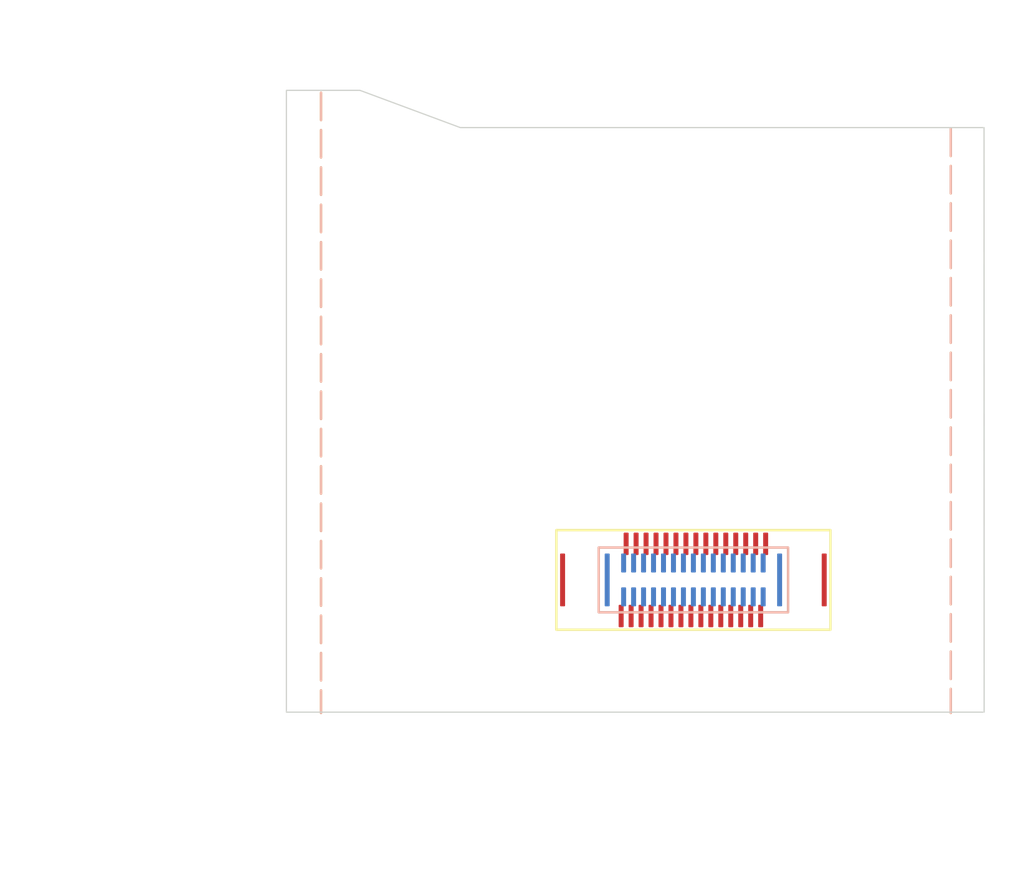
<source format=kicad_pcb>
(kicad_pcb (version 20241229) (generator "pcbnew") (generator_version "9.0")
  (layers (0 "F.Cu" signal) (4 "In1.Cu" signal) (6 "In2.Cu" signal) (2 "B.Cu" signal) (13 "F.Paste" user) (15 "B.Paste" user) (5 "F.SilkS" user "F.Silkscreen") (7 "B.SilkS" user "B.Silkscreen") (1 "F.Mask" user) (3 "B.Mask" user) (25 "Edge.Cuts" user))
  (net 0 "")
  (net 1 "GND")
  (net 2 "VIN")
  (net 3 "CONN_16")
  (net 4 "CONN_11")
  (net 5 "CONN_21")
  (net 6 "CONN_17")
  (net 7 "CONN_10")
  (net 8 "CONN_15")
  (net 9 "CONN_24")
  (net 10 "CONN_0")
  (net 11 "CONN_5")
  (net 12 "CONN_7")
  (net 13 "CONN_12")
  (net 14 "CONN_23")
  (net 15 "CONN_27")
  (net 16 "CONN_14")
  (net 17 "CONN_22")
  (net 18 "CONN_29")
  (net 19 "CONN_9")
  (net 20 "CONN_1")
  (net 21 "CONN_8")
  (net 22 "CONN_28")
  (net 23 "CONN_3")
  (net 24 "CONN_20")
  (net 25 "CONN_6")
  (net 26 "CONN_13")
  (net 27 "CONN_18")
  (net 28 "CONN_2")
  (net 29 "CONN_4")
  (net 30 "CONN_26")
  (net 31 "CONN_25")
  (net 32 "CONN_19")
  (net 33 "CONN_16{slash}I4")
  (net 34 "CONN_21{slash}RESP")
  (net 35 "CONN_17{slash}I3")
  (net 36 "CONN_20{slash}I0")
  (net 37 "CONN_18{slash}I2")
  (net 38 "CONN_19{slash}I1")
  (footprint "MolexFSB:FSB5 Series 0.40 mm Pitch Floating SlimStack Board-to-Board Plugs" (layer "F.Cu") (at 144.6953 114.5818 180)
    (property "Reference" "J2" (hide yes))
    (property "Value" "Conn_02x16_Top_Bottom" (hide yes))
    (fp_rect (start -5.5 -2) (end 5.5 2) (stroke (width 0.1)) (fill no) (layer "F.SilkS"))
    (pad "1" smd roundrect (at -2.9 1.45 180) (size 0.2 0.899998) (layers "F.Cu" "F.Mask" "F.Paste") (roundrect_rratio 0.15) (net 16 "CONN_14"))
    (pad "2" smd roundrect (at -2.5 1.45 180) (size 0.2 0.899998) (layers "F.Cu" "F.Mask" "F.Paste") (roundrect_rratio 0.15) (net 26 "CONN_13"))
    (pad "3" smd roundrect (at -2.1 1.45 180) (size 0.2 0.899998) (layers "F.Cu" "F.Mask" "F.Paste") (roundrect_rratio 0.15) (net 13 "CONN_12"))
    (pad "4" smd roundrect (at -1.7 1.45 180) (size 0.2 0.899998) (layers "F.Cu" "F.Mask" "F.Paste") (roundrect_rratio 0.15) (net 4 "CONN_11"))
    (pad "5" smd roundrect (at -1.3 1.45 180) (size 0.2 0.899998) (layers "F.Cu" "F.Mask" "F.Paste") (roundrect_rratio 0.15) (net 7 "CONN_10"))
    (pad "6" smd roundrect (at -0.9 1.45 180) (size 0.2 0.899998) (layers "F.Cu" "F.Mask" "F.Paste") (roundrect_rratio 0.15) (net 19 "CONN_9"))
    (pad "7" smd roundrect (at -0.5 1.45 180) (size 0.2 0.899998) (layers "F.Cu" "F.Mask" "F.Paste") (roundrect_rratio 0.15) (net 21 "CONN_8"))
    (pad "8" smd roundrect (at -0.1 1.45 180) (size 0.2 0.899998) (layers "F.Cu" "F.Mask" "F.Paste") (roundrect_rratio 0.15) (net 12 "CONN_7"))
    (pad "9" smd roundrect (at 0.3 1.45 180) (size 0.2 0.899998) (layers "F.Cu" "F.Mask" "F.Paste") (roundrect_rratio 0.15) (net 25 "CONN_6"))
    (pad "10" smd roundrect (at 0.7 1.45 180) (size 0.2 0.899998) (layers "F.Cu" "F.Mask" "F.Paste") (roundrect_rratio 0.15) (net 11 "CONN_5"))
    (pad "11" smd roundrect (at 1.1 1.45 180) (size 0.2 0.899998) (layers "F.Cu" "F.Mask" "F.Paste") (roundrect_rratio 0.15) (net 29 "CONN_4"))
    (pad "12" smd roundrect (at 1.5 1.45 180) (size 0.2 0.899998) (layers "F.Cu" "F.Mask" "F.Paste") (roundrect_rratio 0.15) (net 23 "CONN_3"))
    (pad "13" smd roundrect (at 1.9 1.45 180) (size 0.2 0.899998) (layers "F.Cu" "F.Mask" "F.Paste") (roundrect_rratio 0.15) (net 28 "CONN_2"))
    (pad "14" smd roundrect (at 2.3 1.45 180) (size 0.2 0.899998) (layers "F.Cu" "F.Mask" "F.Paste") (roundrect_rratio 0.15) (net 20 "CONN_1"))
    (pad "15" smd roundrect (at 2.7 1.45 180) (size 0.2 0.899998) (layers "F.Cu" "F.Mask" "F.Paste") (roundrect_rratio 0.15) (net 10 "CONN_0"))
    (pad "16" smd roundrect (at -2.7 -1.45 180) (size 0.2 0.899998) (layers "F.Cu" "F.Mask" "F.Paste") (roundrect_rratio 0.15) (net 18 "CONN_29"))
    (pad "17" smd roundrect (at -2.3 -1.45 180) (size 0.2 0.899998) (layers "F.Cu" "F.Mask" "F.Paste") (roundrect_rratio 0.15) (net 22 "CONN_28"))
    (pad "18" smd roundrect (at -1.9 -1.45 180) (size 0.2 0.899998) (layers "F.Cu" "F.Mask" "F.Paste") (roundrect_rratio 0.15) (net 15 "CONN_27"))
    (pad "19" smd roundrect (at -1.5 -1.45 180) (size 0.2 0.899998) (layers "F.Cu" "F.Mask" "F.Paste") (roundrect_rratio 0.15) (net 30 "CONN_26"))
    (pad "20" smd roundrect (at -1.1 -1.45 180) (size 0.2 0.899998) (layers "F.Cu" "F.Mask" "F.Paste") (roundrect_rratio 0.15) (net 31 "CONN_25"))
    (pad "21" smd roundrect (at -0.7 -1.45 180) (size 0.2 0.899998) (layers "F.Cu" "F.Mask" "F.Paste") (roundrect_rratio 0.15) (net 9 "CONN_24"))
    (pad "22" smd roundrect (at -0.3 -1.45 180) (size 0.2 0.899998) (layers "F.Cu" "F.Mask" "F.Paste") (roundrect_rratio 0.15) (net 14 "CONN_23"))
    (pad "23" smd roundrect (at 0.1 -1.45 180) (size 0.2 0.899998) (layers "F.Cu" "F.Mask" "F.Paste") (roundrect_rratio 0.15) (net 17 "CONN_22"))
    (pad "24" smd roundrect (at 0.5 -1.45 180) (size 0.2 0.899998) (layers "F.Cu" "F.Mask" "F.Paste") (roundrect_rratio 0.15) (net 5 "CONN_21"))
    (pad "25" smd roundrect (at 0.9 -1.45 180) (size 0.2 0.899998) (layers "F.Cu" "F.Mask" "F.Paste") (roundrect_rratio 0.15) (net 24 "CONN_20"))
    (pad "26" smd roundrect (at 1.3 -1.45 180) (size 0.2 0.899998) (layers "F.Cu" "F.Mask" "F.Paste") (roundrect_rratio 0.15) (net 32 "CONN_19"))
    (pad "27" smd roundrect (at 1.7 -1.45 180) (size 0.2 0.899998) (layers "F.Cu" "F.Mask" "F.Paste") (roundrect_rratio 0.15) (net 27 "CONN_18"))
    (pad "28" smd roundrect (at 2.1 -1.45 180) (size 0.2 0.899998) (layers "F.Cu" "F.Mask" "F.Paste") (roundrect_rratio 0.15) (net 6 "CONN_17"))
    (pad "29" smd roundrect (at 2.5 -1.45 180) (size 0.2 0.899998) (layers "F.Cu" "F.Mask" "F.Paste") (roundrect_rratio 0.15) (net 3 "CONN_16"))
    (pad "30" smd roundrect (at 2.9 -1.45 180) (size 0.2 0.899998) (layers "F.Cu" "F.Mask" "F.Paste") (roundrect_rratio 0.15) (net 8 "CONN_15"))
    (pad "31" smd roundrect (at -5.25 0 180) (size 0.2 2.119998) (layers "F.Cu" "F.Mask" "F.Paste") (roundrect_rratio 0.15) (net 2 "VIN"))
    (pad "32" smd roundrect (at 5.25 0 180) (size 0.2 2.119998) (layers "F.Cu" "F.Mask" "F.Paste") (roundrect_rratio 0.15) (net 1 "GND"))
  )
  (footprint "MolexFSB:FSB5 Series 0.40 mm Pitch Floating SlimStack Board-to-Board Receptacles" (layer "B.Cu") (at 144.6953 114.581799)
    (property "Reference" "J1" (hide yes))
    (property "Value" "Conn_02x16_Top_Bottom" (hide yes))
    (fp_poly (pts (xy -3.8 1.3) (xy 3.8 1.3) (xy 3.8 -1.3) (xy -3.8 -1.3)) (stroke (width 0.1)) (fill no) (layer "B.SilkS"))
    (pad "1" smd roundrect (at -2.8 -0.680001) (size 0.2 0.76115) (layers "B.Cu" "B.Mask" "B.Paste") (roundrect_rratio 0.15) (net 10 "CONN_0"))
    (pad "2" smd roundrect (at -2.4 -0.68) (size 0.2 0.76115) (layers "B.Cu" "B.Mask" "B.Paste") (roundrect_rratio 0.15) (net 20 "CONN_1"))
    (pad "3" smd roundrect (at -2 -0.68) (size 0.2 0.76115) (layers "B.Cu" "B.Mask" "B.Paste") (roundrect_rratio 0.15) (net 28 "CONN_2"))
    (pad "4" smd roundrect (at -1.6 -0.68) (size 0.2 0.76115) (layers "B.Cu" "B.Mask" "B.Paste") (roundrect_rratio 0.15) (net 23 "CONN_3"))
    (pad "5" smd roundrect (at -1.200001 -0.68) (size 0.2 0.76115) (layers "B.Cu" "B.Mask" "B.Paste") (roundrect_rratio 0.15) (net 29 "CONN_4"))
    (pad "6" smd roundrect (at -0.8 -0.68) (size 0.2 0.76115) (layers "B.Cu" "B.Mask" "B.Paste") (roundrect_rratio 0.15) (net 11 "CONN_5"))
    (pad "7" smd roundrect (at -0.4 -0.68) (size 0.2 0.76115) (layers "B.Cu" "B.Mask" "B.Paste") (roundrect_rratio 0.15) (net 25 "CONN_6"))
    (pad "8" smd roundrect (at 0 -0.680001) (size 0.2 0.76115) (layers "B.Cu" "B.Mask" "B.Paste") (roundrect_rratio 0.15) (net 12 "CONN_7"))
    (pad "9" smd roundrect (at 0.4 -0.68) (size 0.2 0.76115) (layers "B.Cu" "B.Mask" "B.Paste") (roundrect_rratio 0.15) (net 21 "CONN_8"))
    (pad "10" smd roundrect (at 0.8 -0.68) (size 0.2 0.76115) (layers "B.Cu" "B.Mask" "B.Paste") (roundrect_rratio 0.15) (net 19 "CONN_9"))
    (pad "11" smd roundrect (at 1.200001 -0.68) (size 0.2 0.76115) (layers "B.Cu" "B.Mask" "B.Paste") (roundrect_rratio 0.15) (net 7 "CONN_10"))
    (pad "12" smd roundrect (at 1.6 -0.68) (size 0.2 0.76115) (layers "B.Cu" "B.Mask" "B.Paste") (roundrect_rratio 0.15) (net 4 "CONN_11"))
    (pad "13" smd roundrect (at 2 -0.68) (size 0.2 0.76115) (layers "B.Cu" "B.Mask" "B.Paste") (roundrect_rratio 0.15) (net 13 "CONN_12"))
    (pad "14" smd roundrect (at 2.4 -0.68) (size 0.2 0.76115) (layers "B.Cu" "B.Mask" "B.Paste") (roundrect_rratio 0.15) (net 26 "CONN_13"))
    (pad "15" smd roundrect (at 2.8 -0.680001) (size 0.2 0.76115) (layers "B.Cu" "B.Mask" "B.Paste") (roundrect_rratio 0.15) (net 16 "CONN_14"))
    (pad "16" smd roundrect (at -2.8 0.680001) (size 0.2 0.76115) (layers "B.Cu" "B.Mask" "B.Paste") (roundrect_rratio 0.15) (net 8 "CONN_15"))
    (pad "17" smd roundrect (at -2.4 0.68) (size 0.2 0.76115) (layers "B.Cu" "B.Mask" "B.Paste") (roundrect_rratio 0.15) (net 33 "CONN_16{slash}I4"))
    (pad "18" smd roundrect (at -2 0.68) (size 0.2 0.76115) (layers "B.Cu" "B.Mask" "B.Paste") (roundrect_rratio 0.15) (net 35 "CONN_17{slash}I3"))
    (pad "19" smd roundrect (at -1.6 0.68) (size 0.2 0.76115) (layers "B.Cu" "B.Mask" "B.Paste") (roundrect_rratio 0.15) (net 37 "CONN_18{slash}I2"))
    (pad "20" smd roundrect (at -1.200001 0.68) (size 0.2 0.76115) (layers "B.Cu" "B.Mask" "B.Paste") (roundrect_rratio 0.15) (net 38 "CONN_19{slash}I1"))
    (pad "21" smd roundrect (at -0.8 0.68) (size 0.2 0.76115) (layers "B.Cu" "B.Mask" "B.Paste") (roundrect_rratio 0.15) (net 36 "CONN_20{slash}I0"))
    (pad "22" smd roundrect (at -0.4 0.68) (size 0.2 0.76115) (layers "B.Cu" "B.Mask" "B.Paste") (roundrect_rratio 0.15) (net 34 "CONN_21{slash}RESP"))
    (pad "23" smd roundrect (at 0 0.680001) (size 0.2 0.76115) (layers "B.Cu" "B.Mask" "B.Paste") (roundrect_rratio 0.15) (net 17 "CONN_22"))
    (pad "24" smd roundrect (at 0.4 0.68) (size 0.2 0.76115) (layers "B.Cu" "B.Mask" "B.Paste") (roundrect_rratio 0.15) (net 14 "CONN_23"))
    (pad "25" smd roundrect (at 0.8 0.68) (size 0.2 0.76115) (layers "B.Cu" "B.Mask" "B.Paste") (roundrect_rratio 0.15) (net 9 "CONN_24"))
    (pad "26" smd roundrect (at 1.200001 0.68) (size 0.2 0.76115) (layers "B.Cu" "B.Mask" "B.Paste") (roundrect_rratio 0.15) (net 31 "CONN_25"))
    (pad "27" smd roundrect (at 1.6 0.68) (size 0.2 0.76115) (layers "B.Cu" "B.Mask" "B.Paste") (roundrect_rratio 0.15) (net 30 "CONN_26"))
    (pad "28" smd roundrect (at 2 0.68) (size 0.2 0.76115) (layers "B.Cu" "B.Mask" "B.Paste") (roundrect_rratio 0.15) (net 15 "CONN_27"))
    (pad "29" smd roundrect (at 2.4 0.68) (size 0.2 0.76115) (layers "B.Cu" "B.Mask" "B.Paste") (roundrect_rratio 0.15) (net 22 "CONN_28"))
    (pad "30" smd roundrect (at 2.8 0.680001) (size 0.2 0.76115) (layers "B.Cu" "B.Mask" "B.Paste") (roundrect_rratio 0.15) (net 18 "CONN_29"))
    (pad "31" smd roundrect (at -3.459999 0) (size 0.2 2.119998) (layers "B.Cu" "B.Mask" "B.Paste") (roundrect_rratio 0.15) (net 2 "VIN"))
    (pad "32" smd roundrect (at 3.46 -0.000001) (size 0.2 2.119998) (layers "B.Cu" "B.Mask" "B.Paste") (roundrect_rratio 0.15) (net 1 "GND"))
  )
  (gr_line (start 155.025 96.459) (end 155.025 119.925) (stroke (width 0.1) (type dash)) (layer "F.SilkS"))
  (gr_line (start 129.75 95.017) (end 129.75 119.925) (stroke (width 0.1) (type dash)) (layer "F.SilkS"))
  (gr_line (start 129.75 95.017) (end 129.75 119.925) (stroke (width 0.1) (type dash)) (layer "B.SilkS"))
  (gr_line (start 155.025 96.459) (end 155.025 119.925) (stroke (width 0.1) (type dash)) (layer "B.SilkS"))
  (gr_poly (pts (xy 156.363412 119.891415) (xy 128.361475 119.891415) (xy 128.361475 94.922415) (xy 131.312946 94.922415) (xy 135.334675 96.416415) (xy 156.359675 96.416415)) (stroke (width 0.05)) (fill no) (layer "Edge.Cuts"))
)
</source>
